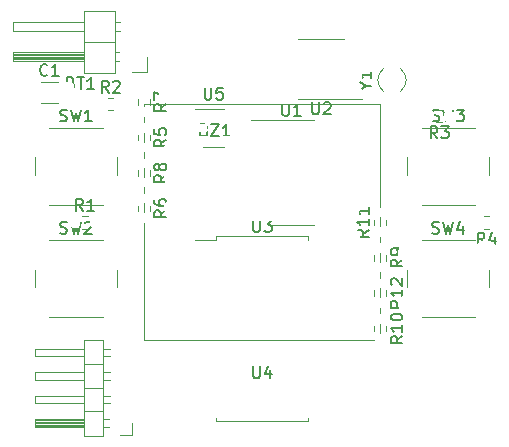
<source format=gto>
G04 #@! TF.GenerationSoftware,KiCad,Pcbnew,5.1.10*
G04 #@! TF.CreationDate,2021-12-21T05:37:38-06:00*
G04 #@! TF.ProjectId,notawatch,6e6f7461-7761-4746-9368-2e6b69636164,rev?*
G04 #@! TF.SameCoordinates,Original*
G04 #@! TF.FileFunction,Legend,Top*
G04 #@! TF.FilePolarity,Positive*
%FSLAX46Y46*%
G04 Gerber Fmt 4.6, Leading zero omitted, Abs format (unit mm)*
G04 Created by KiCad (PCBNEW 5.1.10) date 2021-12-21 05:37:38*
%MOMM*%
%LPD*%
G01*
G04 APERTURE LIST*
%ADD10C,0.120000*%
%ADD11C,0.150000*%
%ADD12C,0.100000*%
%ADD13O,1.350000X1.350000*%
%ADD14R,1.350000X1.350000*%
%ADD15C,1.000000*%
%ADD16C,1.524000*%
%ADD17C,2.000000*%
%ADD18R,1.060000X0.650000*%
%ADD19R,1.700000X1.700000*%
%ADD20O,1.700000X1.700000*%
G04 APERTURE END LIST*
D10*
X133288748Y-92910000D02*
X134711252Y-92910000D01*
X133288748Y-91090000D02*
X134711252Y-91090000D01*
X141000000Y-121000000D02*
X140000000Y-121000000D01*
X141000000Y-120000000D02*
X141000000Y-121000000D01*
X139117886Y-113690000D02*
X138560000Y-113690000D01*
X139117886Y-114310000D02*
X138560000Y-114310000D01*
X132740000Y-113690000D02*
X136940000Y-113690000D01*
X132740000Y-114310000D02*
X132740000Y-113690000D01*
X136940000Y-114310000D02*
X132740000Y-114310000D01*
X138560000Y-115000000D02*
X136940000Y-115000000D01*
X139117886Y-115690000D02*
X138560000Y-115690000D01*
X139117886Y-116310000D02*
X138560000Y-116310000D01*
X132740000Y-115690000D02*
X136940000Y-115690000D01*
X132740000Y-116310000D02*
X132740000Y-115690000D01*
X136940000Y-116310000D02*
X132740000Y-116310000D01*
X138560000Y-117000000D02*
X136940000Y-117000000D01*
X139117886Y-117690000D02*
X138560000Y-117690000D01*
X139117886Y-118310000D02*
X138560000Y-118310000D01*
X132740000Y-117690000D02*
X136940000Y-117690000D01*
X132740000Y-118310000D02*
X132740000Y-117690000D01*
X136940000Y-118310000D02*
X132740000Y-118310000D01*
X138560000Y-119000000D02*
X136940000Y-119000000D01*
X139065000Y-119690000D02*
X138560000Y-119690000D01*
X139065000Y-120310000D02*
X138560000Y-120310000D01*
X136940000Y-119770000D02*
X132740000Y-119770000D01*
X136940000Y-119890000D02*
X132740000Y-119890000D01*
X136940000Y-120010000D02*
X132740000Y-120010000D01*
X136940000Y-120130000D02*
X132740000Y-120130000D01*
X136940000Y-120250000D02*
X132740000Y-120250000D01*
X132740000Y-119690000D02*
X136940000Y-119690000D01*
X132740000Y-120310000D02*
X132740000Y-119690000D01*
X136940000Y-120310000D02*
X132740000Y-120310000D01*
X136940000Y-121060000D02*
X138560000Y-121060000D01*
X136940000Y-112940000D02*
X136940000Y-121060000D01*
X138560000Y-112940000D02*
X136940000Y-112940000D01*
X138560000Y-121060000D02*
X138560000Y-112940000D01*
X154475000Y-94375000D02*
X151025000Y-94375000D01*
X154475000Y-94375000D02*
X156425000Y-94375000D01*
X154475000Y-103245000D02*
X152525000Y-103245000D01*
X154475000Y-103245000D02*
X156425000Y-103245000D01*
X163732863Y-89999783D02*
G75*
G02*
X163733144Y-91900000I-732863J-950217D01*
G01*
X162267137Y-89999783D02*
G75*
G03*
X162266856Y-91900000I732863J-950217D01*
G01*
X142000000Y-113000000D02*
X162000000Y-113000000D01*
X162000000Y-113000000D02*
X162000000Y-93000000D01*
X162000000Y-93000000D02*
X142000000Y-93000000D01*
X142000000Y-93000000D02*
X142000000Y-113000000D01*
X148140000Y-104455000D02*
X146325000Y-104455000D01*
X148140000Y-104190000D02*
X148140000Y-104455000D01*
X152000000Y-104190000D02*
X148140000Y-104190000D01*
X155860000Y-104190000D02*
X155860000Y-104455000D01*
X152000000Y-104190000D02*
X155860000Y-104190000D01*
X148140000Y-119810000D02*
X148140000Y-119545000D01*
X152000000Y-119810000D02*
X148140000Y-119810000D01*
X155860000Y-119810000D02*
X155860000Y-119545000D01*
X152000000Y-119810000D02*
X155860000Y-119810000D01*
X157000000Y-87440000D02*
X155050000Y-87440000D01*
X157000000Y-87440000D02*
X158950000Y-87440000D01*
X157000000Y-92560000D02*
X155050000Y-92560000D01*
X157000000Y-92560000D02*
X160450000Y-92560000D01*
X171250000Y-108500000D02*
X171250000Y-107000000D01*
X170000000Y-104500000D02*
X165500000Y-104500000D01*
X164250000Y-107000000D02*
X164250000Y-108500000D01*
X165500000Y-111000000D02*
X170000000Y-111000000D01*
X171250000Y-99000000D02*
X171250000Y-97500000D01*
X170000000Y-95000000D02*
X165500000Y-95000000D01*
X164250000Y-97500000D02*
X164250000Y-99000000D01*
X165500000Y-101500000D02*
X170000000Y-101500000D01*
X139750000Y-108500000D02*
X139750000Y-107000000D01*
X138500000Y-104500000D02*
X134000000Y-104500000D01*
X132750000Y-107000000D02*
X132750000Y-108500000D01*
X134000000Y-111000000D02*
X138500000Y-111000000D01*
X139750000Y-99000000D02*
X139750000Y-97500000D01*
X138500000Y-95000000D02*
X134000000Y-95000000D01*
X132750000Y-97500000D02*
X132750000Y-99000000D01*
X134000000Y-101500000D02*
X138500000Y-101500000D01*
X148800000Y-93440000D02*
X146350000Y-93440000D01*
X147000000Y-96660000D02*
X148800000Y-96660000D01*
X139560000Y-90330000D02*
X139560000Y-85130000D01*
X139560000Y-85130000D02*
X136900000Y-85130000D01*
X136900000Y-85130000D02*
X136900000Y-90330000D01*
X136900000Y-90330000D02*
X139560000Y-90330000D01*
X136900000Y-89380000D02*
X130900000Y-89380000D01*
X130900000Y-89380000D02*
X130900000Y-88620000D01*
X130900000Y-88620000D02*
X136900000Y-88620000D01*
X136900000Y-89320000D02*
X130900000Y-89320000D01*
X136900000Y-89200000D02*
X130900000Y-89200000D01*
X136900000Y-89080000D02*
X130900000Y-89080000D01*
X136900000Y-88960000D02*
X130900000Y-88960000D01*
X136900000Y-88840000D02*
X130900000Y-88840000D01*
X136900000Y-88720000D02*
X130900000Y-88720000D01*
X139890000Y-89380000D02*
X139560000Y-89380000D01*
X139890000Y-88620000D02*
X139560000Y-88620000D01*
X139560000Y-87730000D02*
X136900000Y-87730000D01*
X136900000Y-86840000D02*
X130900000Y-86840000D01*
X130900000Y-86840000D02*
X130900000Y-86080000D01*
X130900000Y-86080000D02*
X136900000Y-86080000D01*
X139957071Y-86840000D02*
X139560000Y-86840000D01*
X139957071Y-86080000D02*
X139560000Y-86080000D01*
X142270000Y-89000000D02*
X142270000Y-90270000D01*
X142270000Y-90270000D02*
X141000000Y-90270000D01*
X136762742Y-103522500D02*
X137237258Y-103522500D01*
X136762742Y-102477500D02*
X137237258Y-102477500D01*
X138937742Y-93522500D02*
X139412258Y-93522500D01*
X138937742Y-92477500D02*
X139412258Y-92477500D01*
X167237258Y-94522500D02*
X166762742Y-94522500D01*
X167237258Y-93477500D02*
X166762742Y-93477500D01*
X171237258Y-103522500D02*
X170762742Y-103522500D01*
X171237258Y-102477500D02*
X170762742Y-102477500D01*
X141477500Y-95587742D02*
X141477500Y-96062258D01*
X142522500Y-95587742D02*
X142522500Y-96062258D01*
X141477500Y-101587742D02*
X141477500Y-102062258D01*
X142522500Y-101587742D02*
X142522500Y-102062258D01*
X142522500Y-92587742D02*
X142522500Y-93062258D01*
X141477500Y-92587742D02*
X141477500Y-93062258D01*
X142522500Y-98587742D02*
X142522500Y-99062258D01*
X141477500Y-98587742D02*
X141477500Y-99062258D01*
X162522500Y-105762742D02*
X162522500Y-106237258D01*
X161477500Y-105762742D02*
X161477500Y-106237258D01*
X162522500Y-111762742D02*
X162522500Y-112237258D01*
X161477500Y-111762742D02*
X161477500Y-112237258D01*
X162522500Y-103237258D02*
X162522500Y-102762742D01*
X161477500Y-103237258D02*
X161477500Y-102762742D01*
X161477500Y-108762742D02*
X161477500Y-109237258D01*
X162522500Y-108762742D02*
X162522500Y-109237258D01*
D11*
X147119047Y-95178571D02*
X147261904Y-95226190D01*
X147309523Y-95273809D01*
X147357142Y-95369047D01*
X147357142Y-95511904D01*
X147309523Y-95607142D01*
X147261904Y-95654761D01*
X147166666Y-95702380D01*
X146785714Y-95702380D01*
X146785714Y-94702380D01*
X147119047Y-94702380D01*
X147214285Y-94750000D01*
X147261904Y-94797619D01*
X147309523Y-94892857D01*
X147309523Y-94988095D01*
X147261904Y-95083333D01*
X147214285Y-95130952D01*
X147119047Y-95178571D01*
X146785714Y-95178571D01*
X147690476Y-94702380D02*
X148357142Y-94702380D01*
X147690476Y-95702380D01*
X148357142Y-95702380D01*
X149261904Y-95702380D02*
X148690476Y-95702380D01*
X148976190Y-95702380D02*
X148976190Y-94702380D01*
X148880952Y-94845238D01*
X148785714Y-94940476D01*
X148690476Y-94988095D01*
X133833333Y-90507142D02*
X133785714Y-90554761D01*
X133642857Y-90602380D01*
X133547619Y-90602380D01*
X133404761Y-90554761D01*
X133309523Y-90459523D01*
X133261904Y-90364285D01*
X133214285Y-90173809D01*
X133214285Y-90030952D01*
X133261904Y-89840476D01*
X133309523Y-89745238D01*
X133404761Y-89650000D01*
X133547619Y-89602380D01*
X133642857Y-89602380D01*
X133785714Y-89650000D01*
X133833333Y-89697619D01*
X134785714Y-90602380D02*
X134214285Y-90602380D01*
X134500000Y-90602380D02*
X134500000Y-89602380D01*
X134404761Y-89745238D01*
X134309523Y-89840476D01*
X134214285Y-89888095D01*
X153713095Y-92982380D02*
X153713095Y-93791904D01*
X153760714Y-93887142D01*
X153808333Y-93934761D01*
X153903571Y-93982380D01*
X154094047Y-93982380D01*
X154189285Y-93934761D01*
X154236904Y-93887142D01*
X154284523Y-93791904D01*
X154284523Y-92982380D01*
X155284523Y-93982380D02*
X154713095Y-93982380D01*
X154998809Y-93982380D02*
X154998809Y-92982380D01*
X154903571Y-93125238D01*
X154808333Y-93220476D01*
X154713095Y-93268095D01*
X160776190Y-91426190D02*
X161252380Y-91426190D01*
X160252380Y-91759523D02*
X160776190Y-91426190D01*
X160252380Y-91092857D01*
X161252380Y-90235714D02*
X161252380Y-90807142D01*
X161252380Y-90521428D02*
X160252380Y-90521428D01*
X160395238Y-90616666D01*
X160490476Y-90711904D01*
X160538095Y-90807142D01*
X151238095Y-115202380D02*
X151238095Y-116011904D01*
X151285714Y-116107142D01*
X151333333Y-116154761D01*
X151428571Y-116202380D01*
X151619047Y-116202380D01*
X151714285Y-116154761D01*
X151761904Y-116107142D01*
X151809523Y-116011904D01*
X151809523Y-115202380D01*
X152714285Y-115535714D02*
X152714285Y-116202380D01*
X152476190Y-115154761D02*
X152238095Y-115869047D01*
X152857142Y-115869047D01*
X151238095Y-102802380D02*
X151238095Y-103611904D01*
X151285714Y-103707142D01*
X151333333Y-103754761D01*
X151428571Y-103802380D01*
X151619047Y-103802380D01*
X151714285Y-103754761D01*
X151761904Y-103707142D01*
X151809523Y-103611904D01*
X151809523Y-102802380D01*
X152190476Y-102802380D02*
X152809523Y-102802380D01*
X152476190Y-103183333D01*
X152619047Y-103183333D01*
X152714285Y-103230952D01*
X152761904Y-103278571D01*
X152809523Y-103373809D01*
X152809523Y-103611904D01*
X152761904Y-103707142D01*
X152714285Y-103754761D01*
X152619047Y-103802380D01*
X152333333Y-103802380D01*
X152238095Y-103754761D01*
X152190476Y-103707142D01*
X156238095Y-92852380D02*
X156238095Y-93661904D01*
X156285714Y-93757142D01*
X156333333Y-93804761D01*
X156428571Y-93852380D01*
X156619047Y-93852380D01*
X156714285Y-93804761D01*
X156761904Y-93757142D01*
X156809523Y-93661904D01*
X156809523Y-92852380D01*
X157238095Y-92947619D02*
X157285714Y-92900000D01*
X157380952Y-92852380D01*
X157619047Y-92852380D01*
X157714285Y-92900000D01*
X157761904Y-92947619D01*
X157809523Y-93042857D01*
X157809523Y-93138095D01*
X157761904Y-93280952D01*
X157190476Y-93852380D01*
X157809523Y-93852380D01*
X166416666Y-103904761D02*
X166559523Y-103952380D01*
X166797619Y-103952380D01*
X166892857Y-103904761D01*
X166940476Y-103857142D01*
X166988095Y-103761904D01*
X166988095Y-103666666D01*
X166940476Y-103571428D01*
X166892857Y-103523809D01*
X166797619Y-103476190D01*
X166607142Y-103428571D01*
X166511904Y-103380952D01*
X166464285Y-103333333D01*
X166416666Y-103238095D01*
X166416666Y-103142857D01*
X166464285Y-103047619D01*
X166511904Y-103000000D01*
X166607142Y-102952380D01*
X166845238Y-102952380D01*
X166988095Y-103000000D01*
X167321428Y-102952380D02*
X167559523Y-103952380D01*
X167750000Y-103238095D01*
X167940476Y-103952380D01*
X168178571Y-102952380D01*
X168988095Y-103285714D02*
X168988095Y-103952380D01*
X168750000Y-102904761D02*
X168511904Y-103619047D01*
X169130952Y-103619047D01*
X166416666Y-94404761D02*
X166559523Y-94452380D01*
X166797619Y-94452380D01*
X166892857Y-94404761D01*
X166940476Y-94357142D01*
X166988095Y-94261904D01*
X166988095Y-94166666D01*
X166940476Y-94071428D01*
X166892857Y-94023809D01*
X166797619Y-93976190D01*
X166607142Y-93928571D01*
X166511904Y-93880952D01*
X166464285Y-93833333D01*
X166416666Y-93738095D01*
X166416666Y-93642857D01*
X166464285Y-93547619D01*
X166511904Y-93500000D01*
X166607142Y-93452380D01*
X166845238Y-93452380D01*
X166988095Y-93500000D01*
X167321428Y-93452380D02*
X167559523Y-94452380D01*
X167750000Y-93738095D01*
X167940476Y-94452380D01*
X168178571Y-93452380D01*
X168464285Y-93452380D02*
X169083333Y-93452380D01*
X168750000Y-93833333D01*
X168892857Y-93833333D01*
X168988095Y-93880952D01*
X169035714Y-93928571D01*
X169083333Y-94023809D01*
X169083333Y-94261904D01*
X169035714Y-94357142D01*
X168988095Y-94404761D01*
X168892857Y-94452380D01*
X168607142Y-94452380D01*
X168511904Y-94404761D01*
X168464285Y-94357142D01*
X134916666Y-103904761D02*
X135059523Y-103952380D01*
X135297619Y-103952380D01*
X135392857Y-103904761D01*
X135440476Y-103857142D01*
X135488095Y-103761904D01*
X135488095Y-103666666D01*
X135440476Y-103571428D01*
X135392857Y-103523809D01*
X135297619Y-103476190D01*
X135107142Y-103428571D01*
X135011904Y-103380952D01*
X134964285Y-103333333D01*
X134916666Y-103238095D01*
X134916666Y-103142857D01*
X134964285Y-103047619D01*
X135011904Y-103000000D01*
X135107142Y-102952380D01*
X135345238Y-102952380D01*
X135488095Y-103000000D01*
X135821428Y-102952380D02*
X136059523Y-103952380D01*
X136250000Y-103238095D01*
X136440476Y-103952380D01*
X136678571Y-102952380D01*
X137011904Y-103047619D02*
X137059523Y-103000000D01*
X137154761Y-102952380D01*
X137392857Y-102952380D01*
X137488095Y-103000000D01*
X137535714Y-103047619D01*
X137583333Y-103142857D01*
X137583333Y-103238095D01*
X137535714Y-103380952D01*
X136964285Y-103952380D01*
X137583333Y-103952380D01*
X134916666Y-94404761D02*
X135059523Y-94452380D01*
X135297619Y-94452380D01*
X135392857Y-94404761D01*
X135440476Y-94357142D01*
X135488095Y-94261904D01*
X135488095Y-94166666D01*
X135440476Y-94071428D01*
X135392857Y-94023809D01*
X135297619Y-93976190D01*
X135107142Y-93928571D01*
X135011904Y-93880952D01*
X134964285Y-93833333D01*
X134916666Y-93738095D01*
X134916666Y-93642857D01*
X134964285Y-93547619D01*
X135011904Y-93500000D01*
X135107142Y-93452380D01*
X135345238Y-93452380D01*
X135488095Y-93500000D01*
X135821428Y-93452380D02*
X136059523Y-94452380D01*
X136250000Y-93738095D01*
X136440476Y-94452380D01*
X136678571Y-93452380D01*
X137583333Y-94452380D02*
X137011904Y-94452380D01*
X137297619Y-94452380D02*
X137297619Y-93452380D01*
X137202380Y-93595238D01*
X137107142Y-93690476D01*
X137011904Y-93738095D01*
X147138095Y-91602380D02*
X147138095Y-92411904D01*
X147185714Y-92507142D01*
X147233333Y-92554761D01*
X147328571Y-92602380D01*
X147519047Y-92602380D01*
X147614285Y-92554761D01*
X147661904Y-92507142D01*
X147709523Y-92411904D01*
X147709523Y-91602380D01*
X148661904Y-91602380D02*
X148185714Y-91602380D01*
X148138095Y-92078571D01*
X148185714Y-92030952D01*
X148280952Y-91983333D01*
X148519047Y-91983333D01*
X148614285Y-92030952D01*
X148661904Y-92078571D01*
X148709523Y-92173809D01*
X148709523Y-92411904D01*
X148661904Y-92507142D01*
X148614285Y-92554761D01*
X148519047Y-92602380D01*
X148280952Y-92602380D01*
X148185714Y-92554761D01*
X148138095Y-92507142D01*
X135829285Y-91198571D02*
X135972142Y-91246190D01*
X136019761Y-91293809D01*
X136067380Y-91389047D01*
X136067380Y-91531904D01*
X136019761Y-91627142D01*
X135972142Y-91674761D01*
X135876904Y-91722380D01*
X135495952Y-91722380D01*
X135495952Y-90722380D01*
X135829285Y-90722380D01*
X135924523Y-90770000D01*
X135972142Y-90817619D01*
X136019761Y-90912857D01*
X136019761Y-91008095D01*
X135972142Y-91103333D01*
X135924523Y-91150952D01*
X135829285Y-91198571D01*
X135495952Y-91198571D01*
X136353095Y-90722380D02*
X136924523Y-90722380D01*
X136638809Y-91722380D02*
X136638809Y-90722380D01*
X137781666Y-91722380D02*
X137210238Y-91722380D01*
X137495952Y-91722380D02*
X137495952Y-90722380D01*
X137400714Y-90865238D01*
X137305476Y-90960476D01*
X137210238Y-91008095D01*
X136833333Y-102022380D02*
X136500000Y-101546190D01*
X136261904Y-102022380D02*
X136261904Y-101022380D01*
X136642857Y-101022380D01*
X136738095Y-101070000D01*
X136785714Y-101117619D01*
X136833333Y-101212857D01*
X136833333Y-101355714D01*
X136785714Y-101450952D01*
X136738095Y-101498571D01*
X136642857Y-101546190D01*
X136261904Y-101546190D01*
X137785714Y-102022380D02*
X137214285Y-102022380D01*
X137500000Y-102022380D02*
X137500000Y-101022380D01*
X137404761Y-101165238D01*
X137309523Y-101260476D01*
X137214285Y-101308095D01*
X139008333Y-92022380D02*
X138675000Y-91546190D01*
X138436904Y-92022380D02*
X138436904Y-91022380D01*
X138817857Y-91022380D01*
X138913095Y-91070000D01*
X138960714Y-91117619D01*
X139008333Y-91212857D01*
X139008333Y-91355714D01*
X138960714Y-91450952D01*
X138913095Y-91498571D01*
X138817857Y-91546190D01*
X138436904Y-91546190D01*
X139389285Y-91117619D02*
X139436904Y-91070000D01*
X139532142Y-91022380D01*
X139770238Y-91022380D01*
X139865476Y-91070000D01*
X139913095Y-91117619D01*
X139960714Y-91212857D01*
X139960714Y-91308095D01*
X139913095Y-91450952D01*
X139341666Y-92022380D01*
X139960714Y-92022380D01*
X166833333Y-95882380D02*
X166500000Y-95406190D01*
X166261904Y-95882380D02*
X166261904Y-94882380D01*
X166642857Y-94882380D01*
X166738095Y-94930000D01*
X166785714Y-94977619D01*
X166833333Y-95072857D01*
X166833333Y-95215714D01*
X166785714Y-95310952D01*
X166738095Y-95358571D01*
X166642857Y-95406190D01*
X166261904Y-95406190D01*
X167166666Y-94882380D02*
X167785714Y-94882380D01*
X167452380Y-95263333D01*
X167595238Y-95263333D01*
X167690476Y-95310952D01*
X167738095Y-95358571D01*
X167785714Y-95453809D01*
X167785714Y-95691904D01*
X167738095Y-95787142D01*
X167690476Y-95834761D01*
X167595238Y-95882380D01*
X167309523Y-95882380D01*
X167214285Y-95834761D01*
X167166666Y-95787142D01*
X170833333Y-104882380D02*
X170500000Y-104406190D01*
X170261904Y-104882380D02*
X170261904Y-103882380D01*
X170642857Y-103882380D01*
X170738095Y-103930000D01*
X170785714Y-103977619D01*
X170833333Y-104072857D01*
X170833333Y-104215714D01*
X170785714Y-104310952D01*
X170738095Y-104358571D01*
X170642857Y-104406190D01*
X170261904Y-104406190D01*
X171690476Y-104215714D02*
X171690476Y-104882380D01*
X171452380Y-103834761D02*
X171214285Y-104549047D01*
X171833333Y-104549047D01*
X143882380Y-95991666D02*
X143406190Y-96325000D01*
X143882380Y-96563095D02*
X142882380Y-96563095D01*
X142882380Y-96182142D01*
X142930000Y-96086904D01*
X142977619Y-96039285D01*
X143072857Y-95991666D01*
X143215714Y-95991666D01*
X143310952Y-96039285D01*
X143358571Y-96086904D01*
X143406190Y-96182142D01*
X143406190Y-96563095D01*
X142882380Y-95086904D02*
X142882380Y-95563095D01*
X143358571Y-95610714D01*
X143310952Y-95563095D01*
X143263333Y-95467857D01*
X143263333Y-95229761D01*
X143310952Y-95134523D01*
X143358571Y-95086904D01*
X143453809Y-95039285D01*
X143691904Y-95039285D01*
X143787142Y-95086904D01*
X143834761Y-95134523D01*
X143882380Y-95229761D01*
X143882380Y-95467857D01*
X143834761Y-95563095D01*
X143787142Y-95610714D01*
X143882380Y-101991666D02*
X143406190Y-102325000D01*
X143882380Y-102563095D02*
X142882380Y-102563095D01*
X142882380Y-102182142D01*
X142930000Y-102086904D01*
X142977619Y-102039285D01*
X143072857Y-101991666D01*
X143215714Y-101991666D01*
X143310952Y-102039285D01*
X143358571Y-102086904D01*
X143406190Y-102182142D01*
X143406190Y-102563095D01*
X142882380Y-101134523D02*
X142882380Y-101325000D01*
X142930000Y-101420238D01*
X142977619Y-101467857D01*
X143120476Y-101563095D01*
X143310952Y-101610714D01*
X143691904Y-101610714D01*
X143787142Y-101563095D01*
X143834761Y-101515476D01*
X143882380Y-101420238D01*
X143882380Y-101229761D01*
X143834761Y-101134523D01*
X143787142Y-101086904D01*
X143691904Y-101039285D01*
X143453809Y-101039285D01*
X143358571Y-101086904D01*
X143310952Y-101134523D01*
X143263333Y-101229761D01*
X143263333Y-101420238D01*
X143310952Y-101515476D01*
X143358571Y-101563095D01*
X143453809Y-101610714D01*
X143882380Y-92991666D02*
X143406190Y-93325000D01*
X143882380Y-93563095D02*
X142882380Y-93563095D01*
X142882380Y-93182142D01*
X142930000Y-93086904D01*
X142977619Y-93039285D01*
X143072857Y-92991666D01*
X143215714Y-92991666D01*
X143310952Y-93039285D01*
X143358571Y-93086904D01*
X143406190Y-93182142D01*
X143406190Y-93563095D01*
X142882380Y-92658333D02*
X142882380Y-91991666D01*
X143882380Y-92420238D01*
X143882380Y-98991666D02*
X143406190Y-99325000D01*
X143882380Y-99563095D02*
X142882380Y-99563095D01*
X142882380Y-99182142D01*
X142930000Y-99086904D01*
X142977619Y-99039285D01*
X143072857Y-98991666D01*
X143215714Y-98991666D01*
X143310952Y-99039285D01*
X143358571Y-99086904D01*
X143406190Y-99182142D01*
X143406190Y-99563095D01*
X143310952Y-98420238D02*
X143263333Y-98515476D01*
X143215714Y-98563095D01*
X143120476Y-98610714D01*
X143072857Y-98610714D01*
X142977619Y-98563095D01*
X142930000Y-98515476D01*
X142882380Y-98420238D01*
X142882380Y-98229761D01*
X142930000Y-98134523D01*
X142977619Y-98086904D01*
X143072857Y-98039285D01*
X143120476Y-98039285D01*
X143215714Y-98086904D01*
X143263333Y-98134523D01*
X143310952Y-98229761D01*
X143310952Y-98420238D01*
X143358571Y-98515476D01*
X143406190Y-98563095D01*
X143501428Y-98610714D01*
X143691904Y-98610714D01*
X143787142Y-98563095D01*
X143834761Y-98515476D01*
X143882380Y-98420238D01*
X143882380Y-98229761D01*
X143834761Y-98134523D01*
X143787142Y-98086904D01*
X143691904Y-98039285D01*
X143501428Y-98039285D01*
X143406190Y-98086904D01*
X143358571Y-98134523D01*
X143310952Y-98229761D01*
X163882380Y-106166666D02*
X163406190Y-106500000D01*
X163882380Y-106738095D02*
X162882380Y-106738095D01*
X162882380Y-106357142D01*
X162930000Y-106261904D01*
X162977619Y-106214285D01*
X163072857Y-106166666D01*
X163215714Y-106166666D01*
X163310952Y-106214285D01*
X163358571Y-106261904D01*
X163406190Y-106357142D01*
X163406190Y-106738095D01*
X163882380Y-105690476D02*
X163882380Y-105500000D01*
X163834761Y-105404761D01*
X163787142Y-105357142D01*
X163644285Y-105261904D01*
X163453809Y-105214285D01*
X163072857Y-105214285D01*
X162977619Y-105261904D01*
X162930000Y-105309523D01*
X162882380Y-105404761D01*
X162882380Y-105595238D01*
X162930000Y-105690476D01*
X162977619Y-105738095D01*
X163072857Y-105785714D01*
X163310952Y-105785714D01*
X163406190Y-105738095D01*
X163453809Y-105690476D01*
X163501428Y-105595238D01*
X163501428Y-105404761D01*
X163453809Y-105309523D01*
X163406190Y-105261904D01*
X163310952Y-105214285D01*
X163882380Y-112642857D02*
X163406190Y-112976190D01*
X163882380Y-113214285D02*
X162882380Y-113214285D01*
X162882380Y-112833333D01*
X162930000Y-112738095D01*
X162977619Y-112690476D01*
X163072857Y-112642857D01*
X163215714Y-112642857D01*
X163310952Y-112690476D01*
X163358571Y-112738095D01*
X163406190Y-112833333D01*
X163406190Y-113214285D01*
X163882380Y-111690476D02*
X163882380Y-112261904D01*
X163882380Y-111976190D02*
X162882380Y-111976190D01*
X163025238Y-112071428D01*
X163120476Y-112166666D01*
X163168095Y-112261904D01*
X162882380Y-111071428D02*
X162882380Y-110976190D01*
X162930000Y-110880952D01*
X162977619Y-110833333D01*
X163072857Y-110785714D01*
X163263333Y-110738095D01*
X163501428Y-110738095D01*
X163691904Y-110785714D01*
X163787142Y-110833333D01*
X163834761Y-110880952D01*
X163882380Y-110976190D01*
X163882380Y-111071428D01*
X163834761Y-111166666D01*
X163787142Y-111214285D01*
X163691904Y-111261904D01*
X163501428Y-111309523D01*
X163263333Y-111309523D01*
X163072857Y-111261904D01*
X162977619Y-111214285D01*
X162930000Y-111166666D01*
X162882380Y-111071428D01*
X161022380Y-103642857D02*
X160546190Y-103976190D01*
X161022380Y-104214285D02*
X160022380Y-104214285D01*
X160022380Y-103833333D01*
X160070000Y-103738095D01*
X160117619Y-103690476D01*
X160212857Y-103642857D01*
X160355714Y-103642857D01*
X160450952Y-103690476D01*
X160498571Y-103738095D01*
X160546190Y-103833333D01*
X160546190Y-104214285D01*
X161022380Y-102690476D02*
X161022380Y-103261904D01*
X161022380Y-102976190D02*
X160022380Y-102976190D01*
X160165238Y-103071428D01*
X160260476Y-103166666D01*
X160308095Y-103261904D01*
X161022380Y-101738095D02*
X161022380Y-102309523D01*
X161022380Y-102023809D02*
X160022380Y-102023809D01*
X160165238Y-102119047D01*
X160260476Y-102214285D01*
X160308095Y-102309523D01*
X163882380Y-109642857D02*
X163406190Y-109976190D01*
X163882380Y-110214285D02*
X162882380Y-110214285D01*
X162882380Y-109833333D01*
X162930000Y-109738095D01*
X162977619Y-109690476D01*
X163072857Y-109642857D01*
X163215714Y-109642857D01*
X163310952Y-109690476D01*
X163358571Y-109738095D01*
X163406190Y-109833333D01*
X163406190Y-110214285D01*
X163882380Y-108690476D02*
X163882380Y-109261904D01*
X163882380Y-108976190D02*
X162882380Y-108976190D01*
X163025238Y-109071428D01*
X163120476Y-109166666D01*
X163168095Y-109261904D01*
X162977619Y-108309523D02*
X162930000Y-108261904D01*
X162882380Y-108166666D01*
X162882380Y-107928571D01*
X162930000Y-107833333D01*
X162977619Y-107785714D01*
X163072857Y-107738095D01*
X163168095Y-107738095D01*
X163310952Y-107785714D01*
X163882380Y-108357142D01*
X163882380Y-107738095D01*
%LPC*%
D12*
G36*
X152689755Y-91350961D02*
G01*
X152699134Y-91353806D01*
X152707779Y-91358427D01*
X152715355Y-91364645D01*
X152721573Y-91372221D01*
X152726194Y-91380866D01*
X152729039Y-91390245D01*
X152730000Y-91400000D01*
X152730000Y-92550000D01*
X152729039Y-92559755D01*
X152726194Y-92569134D01*
X152721573Y-92577779D01*
X152715355Y-92585355D01*
X152707779Y-92591573D01*
X152699134Y-92596194D01*
X152689755Y-92599039D01*
X152680000Y-92600000D01*
X150900000Y-92600000D01*
X150890245Y-92599039D01*
X150880866Y-92596194D01*
X150872221Y-92591573D01*
X150864645Y-92585355D01*
X150858427Y-92577779D01*
X150853806Y-92569134D01*
X150850961Y-92559755D01*
X150850000Y-92550000D01*
X150850000Y-91400000D01*
X150850961Y-91390245D01*
X150853806Y-91380866D01*
X150858427Y-91372221D01*
X150864645Y-91364645D01*
X150872221Y-91358427D01*
X150880866Y-91353806D01*
X150890245Y-91350961D01*
X150900000Y-91350000D01*
X152680000Y-91350000D01*
X152689755Y-91350961D01*
G37*
G36*
X152689755Y-85400961D02*
G01*
X152699134Y-85403806D01*
X152707779Y-85408427D01*
X152715355Y-85414645D01*
X152721573Y-85422221D01*
X152726194Y-85430866D01*
X152729039Y-85440245D01*
X152730000Y-85450000D01*
X152730000Y-86600000D01*
X152729039Y-86609755D01*
X152726194Y-86619134D01*
X152721573Y-86627779D01*
X152715355Y-86635355D01*
X152707779Y-86641573D01*
X152699134Y-86646194D01*
X152689755Y-86649039D01*
X152680000Y-86650000D01*
X150900000Y-86650000D01*
X150890245Y-86649039D01*
X150880866Y-86646194D01*
X150872221Y-86641573D01*
X150864645Y-86635355D01*
X150858427Y-86627779D01*
X150853806Y-86619134D01*
X150850961Y-86609755D01*
X150850000Y-86600000D01*
X150850000Y-85450000D01*
X150850961Y-85440245D01*
X150853806Y-85430866D01*
X150858427Y-85422221D01*
X150864645Y-85414645D01*
X150872221Y-85408427D01*
X150880866Y-85403806D01*
X150890245Y-85400961D01*
X150900000Y-85400000D01*
X152680000Y-85400000D01*
X152689755Y-85400961D01*
G37*
G36*
X145109755Y-91350961D02*
G01*
X145119134Y-91353806D01*
X145127779Y-91358427D01*
X145135355Y-91364645D01*
X145141573Y-91372221D01*
X145146194Y-91380866D01*
X145149039Y-91390245D01*
X145150000Y-91400000D01*
X145150000Y-92550000D01*
X145149039Y-92559755D01*
X145146194Y-92569134D01*
X145141573Y-92577779D01*
X145135355Y-92585355D01*
X145127779Y-92591573D01*
X145119134Y-92596194D01*
X145109755Y-92599039D01*
X145100000Y-92600000D01*
X143320000Y-92600000D01*
X143310245Y-92599039D01*
X143300866Y-92596194D01*
X143292221Y-92591573D01*
X143284645Y-92585355D01*
X143278427Y-92577779D01*
X143273806Y-92569134D01*
X143270961Y-92559755D01*
X143270000Y-92550000D01*
X143270000Y-91400000D01*
X143270961Y-91390245D01*
X143273806Y-91380866D01*
X143278427Y-91372221D01*
X143284645Y-91364645D01*
X143292221Y-91358427D01*
X143300866Y-91353806D01*
X143310245Y-91350961D01*
X143320000Y-91350000D01*
X145100000Y-91350000D01*
X145109755Y-91350961D01*
G37*
G36*
X145109755Y-85400961D02*
G01*
X145119134Y-85403806D01*
X145127779Y-85408427D01*
X145135355Y-85414645D01*
X145141573Y-85422221D01*
X145146194Y-85430866D01*
X145149039Y-85440245D01*
X145150000Y-85450000D01*
X145150000Y-86600000D01*
X145149039Y-86609755D01*
X145146194Y-86619134D01*
X145141573Y-86627779D01*
X145135355Y-86635355D01*
X145127779Y-86641573D01*
X145119134Y-86646194D01*
X145109755Y-86649039D01*
X145100000Y-86650000D01*
X143320000Y-86650000D01*
X143310245Y-86649039D01*
X143300866Y-86646194D01*
X143292221Y-86641573D01*
X143284645Y-86635355D01*
X143278427Y-86627779D01*
X143273806Y-86619134D01*
X143270961Y-86609755D01*
X143270000Y-86600000D01*
X143270000Y-85450000D01*
X143270961Y-85440245D01*
X143273806Y-85430866D01*
X143278427Y-85422221D01*
X143284645Y-85414645D01*
X143292221Y-85408427D01*
X143300866Y-85403806D01*
X143310245Y-85400961D01*
X143320000Y-85400000D01*
X145100000Y-85400000D01*
X145109755Y-85400961D01*
G37*
G36*
G01*
X131950000Y-92650001D02*
X131950000Y-91349999D01*
G75*
G02*
X132199999Y-91100000I249999J0D01*
G01*
X132850001Y-91100000D01*
G75*
G02*
X133100000Y-91349999I0J-249999D01*
G01*
X133100000Y-92650001D01*
G75*
G02*
X132850001Y-92900000I-249999J0D01*
G01*
X132199999Y-92900000D01*
G75*
G02*
X131950000Y-92650001I0J249999D01*
G01*
G37*
G36*
G01*
X134900000Y-92650001D02*
X134900000Y-91349999D01*
G75*
G02*
X135149999Y-91100000I249999J0D01*
G01*
X135800001Y-91100000D01*
G75*
G02*
X136050000Y-91349999I0J-249999D01*
G01*
X136050000Y-92650001D01*
G75*
G02*
X135800001Y-92900000I-249999J0D01*
G01*
X135149999Y-92900000D01*
G75*
G02*
X134900000Y-92650001I0J249999D01*
G01*
G37*
D13*
X140000000Y-114000000D03*
X140000000Y-116000000D03*
X140000000Y-118000000D03*
D14*
X140000000Y-120000000D03*
G36*
G01*
X155975000Y-95150000D02*
X155975000Y-94850000D01*
G75*
G02*
X156125000Y-94700000I150000J0D01*
G01*
X157775000Y-94700000D01*
G75*
G02*
X157925000Y-94850000I0J-150000D01*
G01*
X157925000Y-95150000D01*
G75*
G02*
X157775000Y-95300000I-150000J0D01*
G01*
X156125000Y-95300000D01*
G75*
G02*
X155975000Y-95150000I0J150000D01*
G01*
G37*
G36*
G01*
X155975000Y-96420000D02*
X155975000Y-96120000D01*
G75*
G02*
X156125000Y-95970000I150000J0D01*
G01*
X157775000Y-95970000D01*
G75*
G02*
X157925000Y-96120000I0J-150000D01*
G01*
X157925000Y-96420000D01*
G75*
G02*
X157775000Y-96570000I-150000J0D01*
G01*
X156125000Y-96570000D01*
G75*
G02*
X155975000Y-96420000I0J150000D01*
G01*
G37*
G36*
G01*
X155975000Y-97690000D02*
X155975000Y-97390000D01*
G75*
G02*
X156125000Y-97240000I150000J0D01*
G01*
X157775000Y-97240000D01*
G75*
G02*
X157925000Y-97390000I0J-150000D01*
G01*
X157925000Y-97690000D01*
G75*
G02*
X157775000Y-97840000I-150000J0D01*
G01*
X156125000Y-97840000D01*
G75*
G02*
X155975000Y-97690000I0J150000D01*
G01*
G37*
G36*
G01*
X155975000Y-98960000D02*
X155975000Y-98660000D01*
G75*
G02*
X156125000Y-98510000I150000J0D01*
G01*
X157775000Y-98510000D01*
G75*
G02*
X157925000Y-98660000I0J-150000D01*
G01*
X157925000Y-98960000D01*
G75*
G02*
X157775000Y-99110000I-150000J0D01*
G01*
X156125000Y-99110000D01*
G75*
G02*
X155975000Y-98960000I0J150000D01*
G01*
G37*
G36*
G01*
X155975000Y-100230000D02*
X155975000Y-99930000D01*
G75*
G02*
X156125000Y-99780000I150000J0D01*
G01*
X157775000Y-99780000D01*
G75*
G02*
X157925000Y-99930000I0J-150000D01*
G01*
X157925000Y-100230000D01*
G75*
G02*
X157775000Y-100380000I-150000J0D01*
G01*
X156125000Y-100380000D01*
G75*
G02*
X155975000Y-100230000I0J150000D01*
G01*
G37*
G36*
G01*
X155975000Y-101500000D02*
X155975000Y-101200000D01*
G75*
G02*
X156125000Y-101050000I150000J0D01*
G01*
X157775000Y-101050000D01*
G75*
G02*
X157925000Y-101200000I0J-150000D01*
G01*
X157925000Y-101500000D01*
G75*
G02*
X157775000Y-101650000I-150000J0D01*
G01*
X156125000Y-101650000D01*
G75*
G02*
X155975000Y-101500000I0J150000D01*
G01*
G37*
G36*
G01*
X155975000Y-102770000D02*
X155975000Y-102470000D01*
G75*
G02*
X156125000Y-102320000I150000J0D01*
G01*
X157775000Y-102320000D01*
G75*
G02*
X157925000Y-102470000I0J-150000D01*
G01*
X157925000Y-102770000D01*
G75*
G02*
X157775000Y-102920000I-150000J0D01*
G01*
X156125000Y-102920000D01*
G75*
G02*
X155975000Y-102770000I0J150000D01*
G01*
G37*
G36*
G01*
X151025000Y-102770000D02*
X151025000Y-102470000D01*
G75*
G02*
X151175000Y-102320000I150000J0D01*
G01*
X152825000Y-102320000D01*
G75*
G02*
X152975000Y-102470000I0J-150000D01*
G01*
X152975000Y-102770000D01*
G75*
G02*
X152825000Y-102920000I-150000J0D01*
G01*
X151175000Y-102920000D01*
G75*
G02*
X151025000Y-102770000I0J150000D01*
G01*
G37*
G36*
G01*
X151025000Y-101500000D02*
X151025000Y-101200000D01*
G75*
G02*
X151175000Y-101050000I150000J0D01*
G01*
X152825000Y-101050000D01*
G75*
G02*
X152975000Y-101200000I0J-150000D01*
G01*
X152975000Y-101500000D01*
G75*
G02*
X152825000Y-101650000I-150000J0D01*
G01*
X151175000Y-101650000D01*
G75*
G02*
X151025000Y-101500000I0J150000D01*
G01*
G37*
G36*
G01*
X151025000Y-100230000D02*
X151025000Y-99930000D01*
G75*
G02*
X151175000Y-99780000I150000J0D01*
G01*
X152825000Y-99780000D01*
G75*
G02*
X152975000Y-99930000I0J-150000D01*
G01*
X152975000Y-100230000D01*
G75*
G02*
X152825000Y-100380000I-150000J0D01*
G01*
X151175000Y-100380000D01*
G75*
G02*
X151025000Y-100230000I0J150000D01*
G01*
G37*
G36*
G01*
X151025000Y-98960000D02*
X151025000Y-98660000D01*
G75*
G02*
X151175000Y-98510000I150000J0D01*
G01*
X152825000Y-98510000D01*
G75*
G02*
X152975000Y-98660000I0J-150000D01*
G01*
X152975000Y-98960000D01*
G75*
G02*
X152825000Y-99110000I-150000J0D01*
G01*
X151175000Y-99110000D01*
G75*
G02*
X151025000Y-98960000I0J150000D01*
G01*
G37*
G36*
G01*
X151025000Y-97690000D02*
X151025000Y-97390000D01*
G75*
G02*
X151175000Y-97240000I150000J0D01*
G01*
X152825000Y-97240000D01*
G75*
G02*
X152975000Y-97390000I0J-150000D01*
G01*
X152975000Y-97690000D01*
G75*
G02*
X152825000Y-97840000I-150000J0D01*
G01*
X151175000Y-97840000D01*
G75*
G02*
X151025000Y-97690000I0J150000D01*
G01*
G37*
G36*
G01*
X151025000Y-96420000D02*
X151025000Y-96120000D01*
G75*
G02*
X151175000Y-95970000I150000J0D01*
G01*
X152825000Y-95970000D01*
G75*
G02*
X152975000Y-96120000I0J-150000D01*
G01*
X152975000Y-96420000D01*
G75*
G02*
X152825000Y-96570000I-150000J0D01*
G01*
X151175000Y-96570000D01*
G75*
G02*
X151025000Y-96420000I0J150000D01*
G01*
G37*
G36*
G01*
X151025000Y-95150000D02*
X151025000Y-94850000D01*
G75*
G02*
X151175000Y-94700000I150000J0D01*
G01*
X152825000Y-94700000D01*
G75*
G02*
X152975000Y-94850000I0J-150000D01*
G01*
X152975000Y-95150000D01*
G75*
G02*
X152825000Y-95300000I-150000J0D01*
G01*
X151175000Y-95300000D01*
G75*
G02*
X151025000Y-95150000I0J150000D01*
G01*
G37*
D15*
X163000000Y-90000000D03*
X163000000Y-91900000D03*
D16*
X159500000Y-111750000D03*
X159500000Y-109250000D03*
X159500000Y-106750000D03*
X159500000Y-104250000D03*
X159500000Y-94250000D03*
X159500000Y-96750000D03*
X159500000Y-99250000D03*
X159500000Y-101750000D03*
X144500000Y-111750000D03*
X144500000Y-109250000D03*
X144500000Y-106750000D03*
X144500000Y-94250000D03*
X144500000Y-96750000D03*
X144500000Y-99250000D03*
X144500000Y-104250000D03*
X144500000Y-101750000D03*
G36*
G01*
X155625000Y-105165000D02*
X155625000Y-104865000D01*
G75*
G02*
X155775000Y-104715000I150000J0D01*
G01*
X157525000Y-104715000D01*
G75*
G02*
X157675000Y-104865000I0J-150000D01*
G01*
X157675000Y-105165000D01*
G75*
G02*
X157525000Y-105315000I-150000J0D01*
G01*
X155775000Y-105315000D01*
G75*
G02*
X155625000Y-105165000I0J150000D01*
G01*
G37*
G36*
G01*
X155625000Y-106435000D02*
X155625000Y-106135000D01*
G75*
G02*
X155775000Y-105985000I150000J0D01*
G01*
X157525000Y-105985000D01*
G75*
G02*
X157675000Y-106135000I0J-150000D01*
G01*
X157675000Y-106435000D01*
G75*
G02*
X157525000Y-106585000I-150000J0D01*
G01*
X155775000Y-106585000D01*
G75*
G02*
X155625000Y-106435000I0J150000D01*
G01*
G37*
G36*
G01*
X155625000Y-107705000D02*
X155625000Y-107405000D01*
G75*
G02*
X155775000Y-107255000I150000J0D01*
G01*
X157525000Y-107255000D01*
G75*
G02*
X157675000Y-107405000I0J-150000D01*
G01*
X157675000Y-107705000D01*
G75*
G02*
X157525000Y-107855000I-150000J0D01*
G01*
X155775000Y-107855000D01*
G75*
G02*
X155625000Y-107705000I0J150000D01*
G01*
G37*
G36*
G01*
X155625000Y-108975000D02*
X155625000Y-108675000D01*
G75*
G02*
X155775000Y-108525000I150000J0D01*
G01*
X157525000Y-108525000D01*
G75*
G02*
X157675000Y-108675000I0J-150000D01*
G01*
X157675000Y-108975000D01*
G75*
G02*
X157525000Y-109125000I-150000J0D01*
G01*
X155775000Y-109125000D01*
G75*
G02*
X155625000Y-108975000I0J150000D01*
G01*
G37*
G36*
G01*
X155625000Y-110245000D02*
X155625000Y-109945000D01*
G75*
G02*
X155775000Y-109795000I150000J0D01*
G01*
X157525000Y-109795000D01*
G75*
G02*
X157675000Y-109945000I0J-150000D01*
G01*
X157675000Y-110245000D01*
G75*
G02*
X157525000Y-110395000I-150000J0D01*
G01*
X155775000Y-110395000D01*
G75*
G02*
X155625000Y-110245000I0J150000D01*
G01*
G37*
G36*
G01*
X155625000Y-111515000D02*
X155625000Y-111215000D01*
G75*
G02*
X155775000Y-111065000I150000J0D01*
G01*
X157525000Y-111065000D01*
G75*
G02*
X157675000Y-111215000I0J-150000D01*
G01*
X157675000Y-111515000D01*
G75*
G02*
X157525000Y-111665000I-150000J0D01*
G01*
X155775000Y-111665000D01*
G75*
G02*
X155625000Y-111515000I0J150000D01*
G01*
G37*
G36*
G01*
X155625000Y-112785000D02*
X155625000Y-112485000D01*
G75*
G02*
X155775000Y-112335000I150000J0D01*
G01*
X157525000Y-112335000D01*
G75*
G02*
X157675000Y-112485000I0J-150000D01*
G01*
X157675000Y-112785000D01*
G75*
G02*
X157525000Y-112935000I-150000J0D01*
G01*
X155775000Y-112935000D01*
G75*
G02*
X155625000Y-112785000I0J150000D01*
G01*
G37*
G36*
G01*
X155625000Y-114055000D02*
X155625000Y-113755000D01*
G75*
G02*
X155775000Y-113605000I150000J0D01*
G01*
X157525000Y-113605000D01*
G75*
G02*
X157675000Y-113755000I0J-150000D01*
G01*
X157675000Y-114055000D01*
G75*
G02*
X157525000Y-114205000I-150000J0D01*
G01*
X155775000Y-114205000D01*
G75*
G02*
X155625000Y-114055000I0J150000D01*
G01*
G37*
G36*
G01*
X155625000Y-115325000D02*
X155625000Y-115025000D01*
G75*
G02*
X155775000Y-114875000I150000J0D01*
G01*
X157525000Y-114875000D01*
G75*
G02*
X157675000Y-115025000I0J-150000D01*
G01*
X157675000Y-115325000D01*
G75*
G02*
X157525000Y-115475000I-150000J0D01*
G01*
X155775000Y-115475000D01*
G75*
G02*
X155625000Y-115325000I0J150000D01*
G01*
G37*
G36*
G01*
X155625000Y-116595000D02*
X155625000Y-116295000D01*
G75*
G02*
X155775000Y-116145000I150000J0D01*
G01*
X157525000Y-116145000D01*
G75*
G02*
X157675000Y-116295000I0J-150000D01*
G01*
X157675000Y-116595000D01*
G75*
G02*
X157525000Y-116745000I-150000J0D01*
G01*
X155775000Y-116745000D01*
G75*
G02*
X155625000Y-116595000I0J150000D01*
G01*
G37*
G36*
G01*
X155625000Y-117865000D02*
X155625000Y-117565000D01*
G75*
G02*
X155775000Y-117415000I150000J0D01*
G01*
X157525000Y-117415000D01*
G75*
G02*
X157675000Y-117565000I0J-150000D01*
G01*
X157675000Y-117865000D01*
G75*
G02*
X157525000Y-118015000I-150000J0D01*
G01*
X155775000Y-118015000D01*
G75*
G02*
X155625000Y-117865000I0J150000D01*
G01*
G37*
G36*
G01*
X155625000Y-119135000D02*
X155625000Y-118835000D01*
G75*
G02*
X155775000Y-118685000I150000J0D01*
G01*
X157525000Y-118685000D01*
G75*
G02*
X157675000Y-118835000I0J-150000D01*
G01*
X157675000Y-119135000D01*
G75*
G02*
X157525000Y-119285000I-150000J0D01*
G01*
X155775000Y-119285000D01*
G75*
G02*
X155625000Y-119135000I0J150000D01*
G01*
G37*
G36*
G01*
X146325000Y-119135000D02*
X146325000Y-118835000D01*
G75*
G02*
X146475000Y-118685000I150000J0D01*
G01*
X148225000Y-118685000D01*
G75*
G02*
X148375000Y-118835000I0J-150000D01*
G01*
X148375000Y-119135000D01*
G75*
G02*
X148225000Y-119285000I-150000J0D01*
G01*
X146475000Y-119285000D01*
G75*
G02*
X146325000Y-119135000I0J150000D01*
G01*
G37*
G36*
G01*
X146325000Y-117865000D02*
X146325000Y-117565000D01*
G75*
G02*
X146475000Y-117415000I150000J0D01*
G01*
X148225000Y-117415000D01*
G75*
G02*
X148375000Y-117565000I0J-150000D01*
G01*
X148375000Y-117865000D01*
G75*
G02*
X148225000Y-118015000I-150000J0D01*
G01*
X146475000Y-118015000D01*
G75*
G02*
X146325000Y-117865000I0J150000D01*
G01*
G37*
G36*
G01*
X146325000Y-116595000D02*
X146325000Y-116295000D01*
G75*
G02*
X146475000Y-116145000I150000J0D01*
G01*
X148225000Y-116145000D01*
G75*
G02*
X148375000Y-116295000I0J-150000D01*
G01*
X148375000Y-116595000D01*
G75*
G02*
X148225000Y-116745000I-150000J0D01*
G01*
X146475000Y-116745000D01*
G75*
G02*
X146325000Y-116595000I0J150000D01*
G01*
G37*
G36*
G01*
X146325000Y-115325000D02*
X146325000Y-115025000D01*
G75*
G02*
X146475000Y-114875000I150000J0D01*
G01*
X148225000Y-114875000D01*
G75*
G02*
X148375000Y-115025000I0J-150000D01*
G01*
X148375000Y-115325000D01*
G75*
G02*
X148225000Y-115475000I-150000J0D01*
G01*
X146475000Y-115475000D01*
G75*
G02*
X146325000Y-115325000I0J150000D01*
G01*
G37*
G36*
G01*
X146325000Y-114055000D02*
X146325000Y-113755000D01*
G75*
G02*
X146475000Y-113605000I150000J0D01*
G01*
X148225000Y-113605000D01*
G75*
G02*
X148375000Y-113755000I0J-150000D01*
G01*
X148375000Y-114055000D01*
G75*
G02*
X148225000Y-114205000I-150000J0D01*
G01*
X146475000Y-114205000D01*
G75*
G02*
X146325000Y-114055000I0J150000D01*
G01*
G37*
G36*
G01*
X146325000Y-112785000D02*
X146325000Y-112485000D01*
G75*
G02*
X146475000Y-112335000I150000J0D01*
G01*
X148225000Y-112335000D01*
G75*
G02*
X148375000Y-112485000I0J-150000D01*
G01*
X148375000Y-112785000D01*
G75*
G02*
X148225000Y-112935000I-150000J0D01*
G01*
X146475000Y-112935000D01*
G75*
G02*
X146325000Y-112785000I0J150000D01*
G01*
G37*
G36*
G01*
X146325000Y-111515000D02*
X146325000Y-111215000D01*
G75*
G02*
X146475000Y-111065000I150000J0D01*
G01*
X148225000Y-111065000D01*
G75*
G02*
X148375000Y-111215000I0J-150000D01*
G01*
X148375000Y-111515000D01*
G75*
G02*
X148225000Y-111665000I-150000J0D01*
G01*
X146475000Y-111665000D01*
G75*
G02*
X146325000Y-111515000I0J150000D01*
G01*
G37*
G36*
G01*
X146325000Y-110245000D02*
X146325000Y-109945000D01*
G75*
G02*
X146475000Y-109795000I150000J0D01*
G01*
X148225000Y-109795000D01*
G75*
G02*
X148375000Y-109945000I0J-150000D01*
G01*
X148375000Y-110245000D01*
G75*
G02*
X148225000Y-110395000I-150000J0D01*
G01*
X146475000Y-110395000D01*
G75*
G02*
X146325000Y-110245000I0J150000D01*
G01*
G37*
G36*
G01*
X146325000Y-108975000D02*
X146325000Y-108675000D01*
G75*
G02*
X146475000Y-108525000I150000J0D01*
G01*
X148225000Y-108525000D01*
G75*
G02*
X148375000Y-108675000I0J-150000D01*
G01*
X148375000Y-108975000D01*
G75*
G02*
X148225000Y-109125000I-150000J0D01*
G01*
X146475000Y-109125000D01*
G75*
G02*
X146325000Y-108975000I0J150000D01*
G01*
G37*
G36*
G01*
X146325000Y-107705000D02*
X146325000Y-107405000D01*
G75*
G02*
X146475000Y-107255000I150000J0D01*
G01*
X148225000Y-107255000D01*
G75*
G02*
X148375000Y-107405000I0J-150000D01*
G01*
X148375000Y-107705000D01*
G75*
G02*
X148225000Y-107855000I-150000J0D01*
G01*
X146475000Y-107855000D01*
G75*
G02*
X146325000Y-107705000I0J150000D01*
G01*
G37*
G36*
G01*
X146325000Y-106435000D02*
X146325000Y-106135000D01*
G75*
G02*
X146475000Y-105985000I150000J0D01*
G01*
X148225000Y-105985000D01*
G75*
G02*
X148375000Y-106135000I0J-150000D01*
G01*
X148375000Y-106435000D01*
G75*
G02*
X148225000Y-106585000I-150000J0D01*
G01*
X146475000Y-106585000D01*
G75*
G02*
X146325000Y-106435000I0J150000D01*
G01*
G37*
G36*
G01*
X146325000Y-105165000D02*
X146325000Y-104865000D01*
G75*
G02*
X146475000Y-104715000I150000J0D01*
G01*
X148225000Y-104715000D01*
G75*
G02*
X148375000Y-104865000I0J-150000D01*
G01*
X148375000Y-105165000D01*
G75*
G02*
X148225000Y-105315000I-150000J0D01*
G01*
X146475000Y-105315000D01*
G75*
G02*
X146325000Y-105165000I0J150000D01*
G01*
G37*
G36*
G01*
X160450000Y-91755000D02*
X160450000Y-92055000D01*
G75*
G02*
X160300000Y-92205000I-150000J0D01*
G01*
X158650000Y-92205000D01*
G75*
G02*
X158500000Y-92055000I0J150000D01*
G01*
X158500000Y-91755000D01*
G75*
G02*
X158650000Y-91605000I150000J0D01*
G01*
X160300000Y-91605000D01*
G75*
G02*
X160450000Y-91755000I0J-150000D01*
G01*
G37*
G36*
G01*
X160450000Y-90485000D02*
X160450000Y-90785000D01*
G75*
G02*
X160300000Y-90935000I-150000J0D01*
G01*
X158650000Y-90935000D01*
G75*
G02*
X158500000Y-90785000I0J150000D01*
G01*
X158500000Y-90485000D01*
G75*
G02*
X158650000Y-90335000I150000J0D01*
G01*
X160300000Y-90335000D01*
G75*
G02*
X160450000Y-90485000I0J-150000D01*
G01*
G37*
G36*
G01*
X160450000Y-89215000D02*
X160450000Y-89515000D01*
G75*
G02*
X160300000Y-89665000I-150000J0D01*
G01*
X158650000Y-89665000D01*
G75*
G02*
X158500000Y-89515000I0J150000D01*
G01*
X158500000Y-89215000D01*
G75*
G02*
X158650000Y-89065000I150000J0D01*
G01*
X160300000Y-89065000D01*
G75*
G02*
X160450000Y-89215000I0J-150000D01*
G01*
G37*
G36*
G01*
X160450000Y-87945000D02*
X160450000Y-88245000D01*
G75*
G02*
X160300000Y-88395000I-150000J0D01*
G01*
X158650000Y-88395000D01*
G75*
G02*
X158500000Y-88245000I0J150000D01*
G01*
X158500000Y-87945000D01*
G75*
G02*
X158650000Y-87795000I150000J0D01*
G01*
X160300000Y-87795000D01*
G75*
G02*
X160450000Y-87945000I0J-150000D01*
G01*
G37*
G36*
G01*
X155500000Y-87945000D02*
X155500000Y-88245000D01*
G75*
G02*
X155350000Y-88395000I-150000J0D01*
G01*
X153700000Y-88395000D01*
G75*
G02*
X153550000Y-88245000I0J150000D01*
G01*
X153550000Y-87945000D01*
G75*
G02*
X153700000Y-87795000I150000J0D01*
G01*
X155350000Y-87795000D01*
G75*
G02*
X155500000Y-87945000I0J-150000D01*
G01*
G37*
G36*
G01*
X155500000Y-89215000D02*
X155500000Y-89515000D01*
G75*
G02*
X155350000Y-89665000I-150000J0D01*
G01*
X153700000Y-89665000D01*
G75*
G02*
X153550000Y-89515000I0J150000D01*
G01*
X153550000Y-89215000D01*
G75*
G02*
X153700000Y-89065000I150000J0D01*
G01*
X155350000Y-89065000D01*
G75*
G02*
X155500000Y-89215000I0J-150000D01*
G01*
G37*
G36*
G01*
X155500000Y-90485000D02*
X155500000Y-90785000D01*
G75*
G02*
X155350000Y-90935000I-150000J0D01*
G01*
X153700000Y-90935000D01*
G75*
G02*
X153550000Y-90785000I0J150000D01*
G01*
X153550000Y-90485000D01*
G75*
G02*
X153700000Y-90335000I150000J0D01*
G01*
X155350000Y-90335000D01*
G75*
G02*
X155500000Y-90485000I0J-150000D01*
G01*
G37*
G36*
G01*
X155500000Y-91755000D02*
X155500000Y-92055000D01*
G75*
G02*
X155350000Y-92205000I-150000J0D01*
G01*
X153700000Y-92205000D01*
G75*
G02*
X153550000Y-92055000I0J150000D01*
G01*
X153550000Y-91755000D01*
G75*
G02*
X153700000Y-91605000I150000J0D01*
G01*
X155350000Y-91605000D01*
G75*
G02*
X155500000Y-91755000I0J-150000D01*
G01*
G37*
D17*
X171000000Y-105500000D03*
X171000000Y-110000000D03*
X164500000Y-105500000D03*
X164500000Y-110000000D03*
X171000000Y-96000000D03*
X171000000Y-100500000D03*
X164500000Y-96000000D03*
X164500000Y-100500000D03*
X139500000Y-105500000D03*
X139500000Y-110000000D03*
X133000000Y-105500000D03*
X133000000Y-110000000D03*
X139500000Y-96000000D03*
X139500000Y-100500000D03*
X133000000Y-96000000D03*
X133000000Y-100500000D03*
D18*
X146800000Y-94100000D03*
X146800000Y-95050000D03*
X146800000Y-96000000D03*
X149000000Y-96000000D03*
X149000000Y-94100000D03*
D19*
X141000000Y-89000000D03*
D20*
X141000000Y-86460000D03*
G36*
G01*
X135775000Y-103275000D02*
X135775000Y-102725000D01*
G75*
G02*
X135975000Y-102525000I200000J0D01*
G01*
X136375000Y-102525000D01*
G75*
G02*
X136575000Y-102725000I0J-200000D01*
G01*
X136575000Y-103275000D01*
G75*
G02*
X136375000Y-103475000I-200000J0D01*
G01*
X135975000Y-103475000D01*
G75*
G02*
X135775000Y-103275000I0J200000D01*
G01*
G37*
G36*
G01*
X137425000Y-103275000D02*
X137425000Y-102725000D01*
G75*
G02*
X137625000Y-102525000I200000J0D01*
G01*
X138025000Y-102525000D01*
G75*
G02*
X138225000Y-102725000I0J-200000D01*
G01*
X138225000Y-103275000D01*
G75*
G02*
X138025000Y-103475000I-200000J0D01*
G01*
X137625000Y-103475000D01*
G75*
G02*
X137425000Y-103275000I0J200000D01*
G01*
G37*
G36*
G01*
X137950000Y-93275000D02*
X137950000Y-92725000D01*
G75*
G02*
X138150000Y-92525000I200000J0D01*
G01*
X138550000Y-92525000D01*
G75*
G02*
X138750000Y-92725000I0J-200000D01*
G01*
X138750000Y-93275000D01*
G75*
G02*
X138550000Y-93475000I-200000J0D01*
G01*
X138150000Y-93475000D01*
G75*
G02*
X137950000Y-93275000I0J200000D01*
G01*
G37*
G36*
G01*
X139600000Y-93275000D02*
X139600000Y-92725000D01*
G75*
G02*
X139800000Y-92525000I200000J0D01*
G01*
X140200000Y-92525000D01*
G75*
G02*
X140400000Y-92725000I0J-200000D01*
G01*
X140400000Y-93275000D01*
G75*
G02*
X140200000Y-93475000I-200000J0D01*
G01*
X139800000Y-93475000D01*
G75*
G02*
X139600000Y-93275000I0J200000D01*
G01*
G37*
G36*
G01*
X166575000Y-93725000D02*
X166575000Y-94275000D01*
G75*
G02*
X166375000Y-94475000I-200000J0D01*
G01*
X165975000Y-94475000D01*
G75*
G02*
X165775000Y-94275000I0J200000D01*
G01*
X165775000Y-93725000D01*
G75*
G02*
X165975000Y-93525000I200000J0D01*
G01*
X166375000Y-93525000D01*
G75*
G02*
X166575000Y-93725000I0J-200000D01*
G01*
G37*
G36*
G01*
X168225000Y-93725000D02*
X168225000Y-94275000D01*
G75*
G02*
X168025000Y-94475000I-200000J0D01*
G01*
X167625000Y-94475000D01*
G75*
G02*
X167425000Y-94275000I0J200000D01*
G01*
X167425000Y-93725000D01*
G75*
G02*
X167625000Y-93525000I200000J0D01*
G01*
X168025000Y-93525000D01*
G75*
G02*
X168225000Y-93725000I0J-200000D01*
G01*
G37*
G36*
G01*
X170575000Y-102725000D02*
X170575000Y-103275000D01*
G75*
G02*
X170375000Y-103475000I-200000J0D01*
G01*
X169975000Y-103475000D01*
G75*
G02*
X169775000Y-103275000I0J200000D01*
G01*
X169775000Y-102725000D01*
G75*
G02*
X169975000Y-102525000I200000J0D01*
G01*
X170375000Y-102525000D01*
G75*
G02*
X170575000Y-102725000I0J-200000D01*
G01*
G37*
G36*
G01*
X172225000Y-102725000D02*
X172225000Y-103275000D01*
G75*
G02*
X172025000Y-103475000I-200000J0D01*
G01*
X171625000Y-103475000D01*
G75*
G02*
X171425000Y-103275000I0J200000D01*
G01*
X171425000Y-102725000D01*
G75*
G02*
X171625000Y-102525000I200000J0D01*
G01*
X172025000Y-102525000D01*
G75*
G02*
X172225000Y-102725000I0J-200000D01*
G01*
G37*
G36*
G01*
X141725000Y-94600000D02*
X142275000Y-94600000D01*
G75*
G02*
X142475000Y-94800000I0J-200000D01*
G01*
X142475000Y-95200000D01*
G75*
G02*
X142275000Y-95400000I-200000J0D01*
G01*
X141725000Y-95400000D01*
G75*
G02*
X141525000Y-95200000I0J200000D01*
G01*
X141525000Y-94800000D01*
G75*
G02*
X141725000Y-94600000I200000J0D01*
G01*
G37*
G36*
G01*
X141725000Y-96250000D02*
X142275000Y-96250000D01*
G75*
G02*
X142475000Y-96450000I0J-200000D01*
G01*
X142475000Y-96850000D01*
G75*
G02*
X142275000Y-97050000I-200000J0D01*
G01*
X141725000Y-97050000D01*
G75*
G02*
X141525000Y-96850000I0J200000D01*
G01*
X141525000Y-96450000D01*
G75*
G02*
X141725000Y-96250000I200000J0D01*
G01*
G37*
G36*
G01*
X141725000Y-100600000D02*
X142275000Y-100600000D01*
G75*
G02*
X142475000Y-100800000I0J-200000D01*
G01*
X142475000Y-101200000D01*
G75*
G02*
X142275000Y-101400000I-200000J0D01*
G01*
X141725000Y-101400000D01*
G75*
G02*
X141525000Y-101200000I0J200000D01*
G01*
X141525000Y-100800000D01*
G75*
G02*
X141725000Y-100600000I200000J0D01*
G01*
G37*
G36*
G01*
X141725000Y-102250000D02*
X142275000Y-102250000D01*
G75*
G02*
X142475000Y-102450000I0J-200000D01*
G01*
X142475000Y-102850000D01*
G75*
G02*
X142275000Y-103050000I-200000J0D01*
G01*
X141725000Y-103050000D01*
G75*
G02*
X141525000Y-102850000I0J200000D01*
G01*
X141525000Y-102450000D01*
G75*
G02*
X141725000Y-102250000I200000J0D01*
G01*
G37*
G36*
G01*
X141725000Y-93250000D02*
X142275000Y-93250000D01*
G75*
G02*
X142475000Y-93450000I0J-200000D01*
G01*
X142475000Y-93850000D01*
G75*
G02*
X142275000Y-94050000I-200000J0D01*
G01*
X141725000Y-94050000D01*
G75*
G02*
X141525000Y-93850000I0J200000D01*
G01*
X141525000Y-93450000D01*
G75*
G02*
X141725000Y-93250000I200000J0D01*
G01*
G37*
G36*
G01*
X141725000Y-91600000D02*
X142275000Y-91600000D01*
G75*
G02*
X142475000Y-91800000I0J-200000D01*
G01*
X142475000Y-92200000D01*
G75*
G02*
X142275000Y-92400000I-200000J0D01*
G01*
X141725000Y-92400000D01*
G75*
G02*
X141525000Y-92200000I0J200000D01*
G01*
X141525000Y-91800000D01*
G75*
G02*
X141725000Y-91600000I200000J0D01*
G01*
G37*
G36*
G01*
X141725000Y-99250000D02*
X142275000Y-99250000D01*
G75*
G02*
X142475000Y-99450000I0J-200000D01*
G01*
X142475000Y-99850000D01*
G75*
G02*
X142275000Y-100050000I-200000J0D01*
G01*
X141725000Y-100050000D01*
G75*
G02*
X141525000Y-99850000I0J200000D01*
G01*
X141525000Y-99450000D01*
G75*
G02*
X141725000Y-99250000I200000J0D01*
G01*
G37*
G36*
G01*
X141725000Y-97600000D02*
X142275000Y-97600000D01*
G75*
G02*
X142475000Y-97800000I0J-200000D01*
G01*
X142475000Y-98200000D01*
G75*
G02*
X142275000Y-98400000I-200000J0D01*
G01*
X141725000Y-98400000D01*
G75*
G02*
X141525000Y-98200000I0J200000D01*
G01*
X141525000Y-97800000D01*
G75*
G02*
X141725000Y-97600000I200000J0D01*
G01*
G37*
G36*
G01*
X161725000Y-106425000D02*
X162275000Y-106425000D01*
G75*
G02*
X162475000Y-106625000I0J-200000D01*
G01*
X162475000Y-107025000D01*
G75*
G02*
X162275000Y-107225000I-200000J0D01*
G01*
X161725000Y-107225000D01*
G75*
G02*
X161525000Y-107025000I0J200000D01*
G01*
X161525000Y-106625000D01*
G75*
G02*
X161725000Y-106425000I200000J0D01*
G01*
G37*
G36*
G01*
X161725000Y-104775000D02*
X162275000Y-104775000D01*
G75*
G02*
X162475000Y-104975000I0J-200000D01*
G01*
X162475000Y-105375000D01*
G75*
G02*
X162275000Y-105575000I-200000J0D01*
G01*
X161725000Y-105575000D01*
G75*
G02*
X161525000Y-105375000I0J200000D01*
G01*
X161525000Y-104975000D01*
G75*
G02*
X161725000Y-104775000I200000J0D01*
G01*
G37*
G36*
G01*
X161725000Y-112425000D02*
X162275000Y-112425000D01*
G75*
G02*
X162475000Y-112625000I0J-200000D01*
G01*
X162475000Y-113025000D01*
G75*
G02*
X162275000Y-113225000I-200000J0D01*
G01*
X161725000Y-113225000D01*
G75*
G02*
X161525000Y-113025000I0J200000D01*
G01*
X161525000Y-112625000D01*
G75*
G02*
X161725000Y-112425000I200000J0D01*
G01*
G37*
G36*
G01*
X161725000Y-110775000D02*
X162275000Y-110775000D01*
G75*
G02*
X162475000Y-110975000I0J-200000D01*
G01*
X162475000Y-111375000D01*
G75*
G02*
X162275000Y-111575000I-200000J0D01*
G01*
X161725000Y-111575000D01*
G75*
G02*
X161525000Y-111375000I0J200000D01*
G01*
X161525000Y-110975000D01*
G75*
G02*
X161725000Y-110775000I200000J0D01*
G01*
G37*
G36*
G01*
X162275000Y-104225000D02*
X161725000Y-104225000D01*
G75*
G02*
X161525000Y-104025000I0J200000D01*
G01*
X161525000Y-103625000D01*
G75*
G02*
X161725000Y-103425000I200000J0D01*
G01*
X162275000Y-103425000D01*
G75*
G02*
X162475000Y-103625000I0J-200000D01*
G01*
X162475000Y-104025000D01*
G75*
G02*
X162275000Y-104225000I-200000J0D01*
G01*
G37*
G36*
G01*
X162275000Y-102575000D02*
X161725000Y-102575000D01*
G75*
G02*
X161525000Y-102375000I0J200000D01*
G01*
X161525000Y-101975000D01*
G75*
G02*
X161725000Y-101775000I200000J0D01*
G01*
X162275000Y-101775000D01*
G75*
G02*
X162475000Y-101975000I0J-200000D01*
G01*
X162475000Y-102375000D01*
G75*
G02*
X162275000Y-102575000I-200000J0D01*
G01*
G37*
G36*
G01*
X161725000Y-107775000D02*
X162275000Y-107775000D01*
G75*
G02*
X162475000Y-107975000I0J-200000D01*
G01*
X162475000Y-108375000D01*
G75*
G02*
X162275000Y-108575000I-200000J0D01*
G01*
X161725000Y-108575000D01*
G75*
G02*
X161525000Y-108375000I0J200000D01*
G01*
X161525000Y-107975000D01*
G75*
G02*
X161725000Y-107775000I200000J0D01*
G01*
G37*
G36*
G01*
X161725000Y-109425000D02*
X162275000Y-109425000D01*
G75*
G02*
X162475000Y-109625000I0J-200000D01*
G01*
X162475000Y-110025000D01*
G75*
G02*
X162275000Y-110225000I-200000J0D01*
G01*
X161725000Y-110225000D01*
G75*
G02*
X161525000Y-110025000I0J200000D01*
G01*
X161525000Y-109625000D01*
G75*
G02*
X161725000Y-109425000I200000J0D01*
G01*
G37*
M02*

</source>
